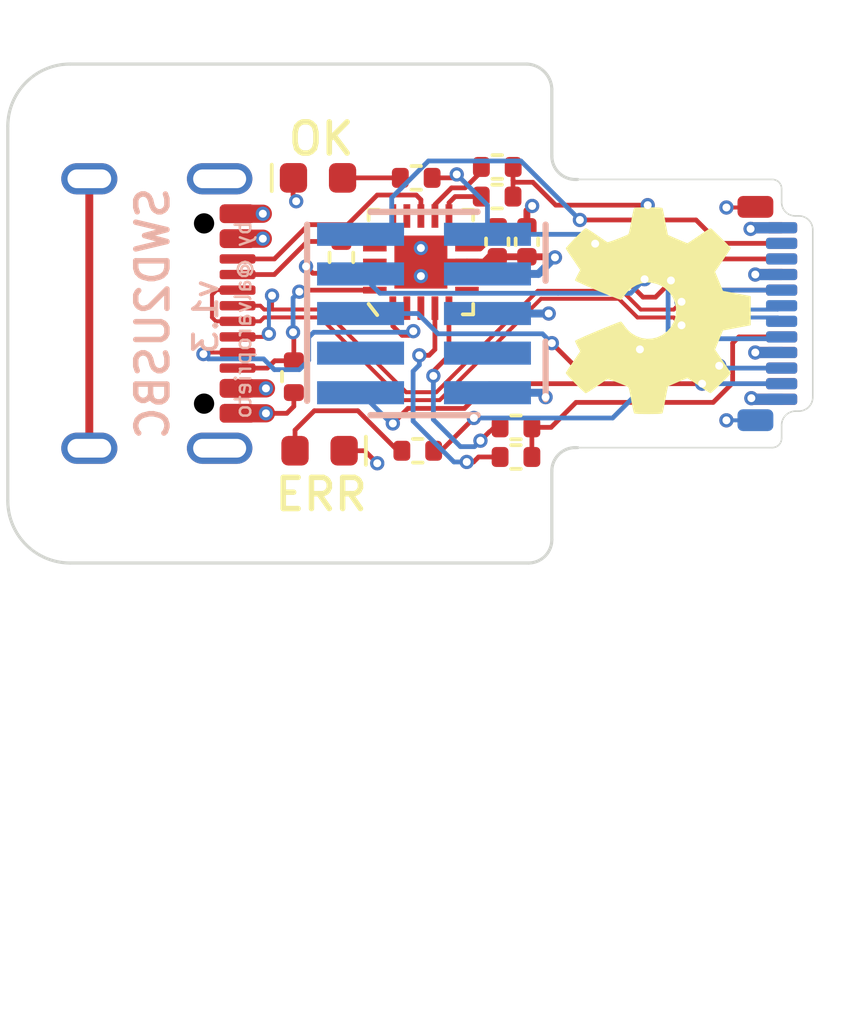
<source format=kicad_pcb>
(kicad_pcb (version 20211014) (generator pcbnew)
  (title_block (title "Debugotron - SWD to USB-C") (date "2022-03-04") (rev "1.3") (company "Quesadillon LLC"))
  (layers (0 "F.Cu" signal) (1 "In1.Cu" signal "GND") (2 "In2.Cu" signal "PWR") (31 "B.Cu" signal) (34 "B.Paste" user) (35 "F.Paste" user) (36 "B.SilkS" user "B.Silkscreen") (37 "F.SilkS" user "F.Silkscreen") (38 "B.Mask" user) (39 "F.Mask" user) (44 "Edge.Cuts" user))
  (net 0 "")
  (net 1 "VBUS")
  (net 2 "GND")
  (net 3 "Net-(D1-Pad2)")
  (net 4 "Net-(D2-Pad2)")
  (net 5 "/D+")
  (net 6 "/D-")
  (net 9 "/SBU1")
  (net 10 "/SWDIO")
  (net 11 "/SWDCLK")
  (net 12 "/SWO")
  (net 13 "/CC1_IN_MOSI")
  (net 14 "/CC2_IN_MISO")
  (net 15 "/NRST")
  (net 18 "/CC1")
  (net 21 "/CC2")
  (net 22 "/SBU2")
  (net 23 "/CC1_R1")
  (net 24 "/CC1_R2")
  (net 25 "/CC2_R1")
  (net 26 "/CC2_R2")
  (net 27 "/SCK")
  (net 34 "/MCURST")
  (net 35 "/SHIELD")
  (footprint "Capacitor_SMD:C_0402_1005Metric" (layer "F.Cu") (at 170.95 65.2 -90)
    (fp_text reference "C1" hide)
    (fp_text value "1uF")
    (pad "1" smd roundrect (at -0.48 0 270) (size 0.56 0.62) (layers "F.Cu" "F.Paste" "F.Mask") (net 1 "VBUS"))
    (pad "2" smd roundrect (at 0.48 0 270) (size 0.56 0.62) (layers "F.Cu" "F.Paste" "F.Mask") (net 2 "GND"))
  )
  (footprint "Resistor_SMD:R_0402_1005Metric" (layer "F.Cu") (at 170.95 62.8)
    (fp_text reference "R4" hide)
    (fp_text value "22k")
    (pad "1" smd roundrect (at -0.51 0) (size 0.54 0.64) (layers "F.Cu" "F.Paste" "F.Mask") (net 24 "/CC1_R2"))
    (pad "2" smd roundrect (at 0.51 0) (size 0.54 0.64) (layers "F.Cu" "F.Paste" "F.Mask") (net 18 "/CC1"))
  )
  (footprint "Resistor_SMD:R_0402_1005Metric" (layer "F.Cu") (at 171.55 71.15 180)
    (fp_text reference "R6" hide)
    (fp_text value "56k")
    (pad "1" smd roundrect (at -0.51 0 180) (size 0.54 0.64) (layers "F.Cu" "F.Paste" "F.Mask") (net 21 "/CC2"))
    (pad "2" smd roundrect (at 0.51 0 180) (size 0.54 0.64) (layers "F.Cu" "F.Paste" "F.Mask") (net 26 "/CC2_R2"))
  )
  (footprint "LED_SMD:LED_0603_1608Metric" (layer "F.Cu") (at 165.2 63.15)
    (fp_text reference "D1" hide)
    (fp_text value "GREEN")
    (pad "1" smd roundrect (at -0.7875 0) (size 0.875 0.95) (layers "F.Cu" "F.Paste" "F.Mask") (net 2 "GND"))
    (pad "2" smd roundrect (at 0.7875 0) (size 0.875 0.95) (layers "F.Cu" "F.Paste" "F.Mask") (net 3 "Net-(D1-Pad2)"))
  )
  (footprint "Resistor_SMD:R_0402_1005Metric" (layer "F.Cu") (at 165.95 65.7 90)
    (fp_text reference "R2" hide)
    (fp_text value "5.1k")
    (pad "1" smd roundrect (at -0.51 0 90) (size 0.54 0.64) (layers "F.Cu" "F.Paste" "F.Mask") (net 2 "GND"))
    (pad "2" smd roundrect (at 0.51 0 90) (size 0.54 0.64) (layers "F.Cu" "F.Paste" "F.Mask") (net 13 "/CC1_IN_MOSI"))
  )
  (footprint "Capacitor_SMD:C_0402_1005Metric" (layer "F.Cu") (at 171.9 65.2 -90)
    (fp_text reference "C2" hide)
    (fp_text value "0.1uF")
    (pad "1" smd roundrect (at -0.48 0 270) (size 0.56 0.62) (layers "F.Cu" "F.Paste" "F.Mask") (net 1 "VBUS"))
    (pad "2" smd roundrect (at 0.48 0 270) (size 0.56 0.62) (layers "F.Cu" "F.Paste" "F.Mask") (net 2 "GND"))
  )
  (footprint "LED_SMD:LED_0603_1608Metric" (layer "F.Cu") (at 165.25 71.9 180)
    (fp_text reference "D2" hide)
    (fp_text value "RED")
    (pad "1" smd roundrect (at -0.7875 0 180) (size 0.875 0.95) (layers "F.Cu" "F.Paste" "F.Mask") (net 2 "GND"))
    (pad "2" smd roundrect (at 0.7875 0 180) (size 0.875 0.95) (layers "F.Cu" "F.Paste" "F.Mask") (net 4 "Net-(D2-Pad2)"))
  )
  (footprint "Resistor_SMD:R_0402_1005Metric" (layer "F.Cu") (at 170.945 63.75)
    (fp_text reference "R3" hide)
    (fp_text value "10k")
    (pad "1" smd roundrect (at -0.51 0) (size 0.54 0.64) (layers "F.Cu" "F.Paste" "F.Mask") (net 23 "/CC1_R1"))
    (pad "2" smd roundrect (at 0.51 0) (size 0.54 0.64) (layers "F.Cu" "F.Paste" "F.Mask") (net 18 "/CC1"))
  )
  (footprint "alvarop:USB4105-GF-A" (layer "F.Cu") (at 162.62 67.5 -90)
    (fp_text reference "J1" hide)
    (fp_text value "USB_C_Receptacle_USB2.0")
    (pad "" np_thru_hole circle (at -2.89 1.075 270) (size 0.65 0.65) (drill 0.65) (layers *.Mask))
    (pad "" np_thru_hole circle (at 2.89 1.075 270) (size 0.65 0.65) (drill 0.65) (layers *.Mask))
    (pad "A1" smd roundrect (at -3.2 0 270) (size 0.6 1.15) (layers "F.Cu" "F.Paste" "F.Mask") (net 2 "GND"))
    (pad "A4" smd roundrect (at -2.4 0 270) (size 0.6 1.15) (layers "F.Cu" "F.Paste" "F.Mask") (net 1 "VBUS"))
    (pad "A5" smd roundrect (at -1.25 0 270) (size 0.3 1.15) (layers "F.Cu" "F.Paste" "F.Mask") (net 13 "/CC1_IN_MOSI"))
    (pad "A6" smd roundrect (at -0.25 0 270) (size 0.3 1.15) (layers "F.Cu" "F.Paste" "F.Mask") (net 5 "/D+"))
    (pad "A7" smd roundrect (at 0.25 0 270) (size 0.3 1.15) (layers "F.Cu" "F.Paste" "F.Mask") (net 6 "/D-"))
    (pad "A8" smd roundrect (at 1.25 0 270) (size 0.3 1.15) (layers "F.Cu" "F.Paste" "F.Mask") (net 27 "/SCK"))
    (pad "A9" smd roundrect (at 2.4 0 270) (size 0.6 1.15) (layers "F.Cu" "F.Paste" "F.Mask") (net 1 "VBUS"))
    (pad "A12" smd roundrect (at 3.2 0 270) (size 0.6 1.15) (layers "F.Cu" "F.Paste" "F.Mask") (net 2 "GND"))
    (pad "B1" smd roundrect (at 3.2 0 270) (size 0.6 1.15) (layers "F.Cu" "F.Paste" "F.Mask") (net 2 "GND"))
    (pad "B4" smd roundrect (at 2.4 0 270) (size 0.6 1.15) (layers "F.Cu" "F.Paste" "F.Mask") (net 1 "VBUS"))
    (pad "B5" smd roundrect (at 1.75 0 270) (size 0.3 1.15) (layers "F.Cu" "F.Paste" "F.Mask") (net 14 "/CC2_IN_MISO"))
    (pad "B6" smd roundrect (at 0.75 0 270) (size 0.3 1.15) (layers "F.Cu" "F.Paste" "F.Mask") (net 5 "/D+"))
    (pad "B7" smd roundrect (at -0.75 0 270) (size 0.3 1.15) (layers "F.Cu" "F.Paste" "F.Mask") (net 6 "/D-"))
    (pad "B8" smd roundrect (at -1.75 0 270) (size 0.3 1.15) (layers "F.Cu" "F.Paste" "F.Mask") (net 34 "/MCURST"))
    (pad "B9" smd roundrect (at -2.4 0 270) (size 0.6 1.15) (layers "F.Cu" "F.Paste" "F.Mask") (net 1 "VBUS"))
    (pad "B12" smd roundrect (at -3.2 0 270) (size 0.6 1.15) (layers "F.Cu" "F.Paste" "F.Mask") (net 2 "GND"))
    (pad "S1" thru_hole oval (at 4.32 0.575 270) (size 1 2.1) (drill oval 0.6 1.7) (layers *.Cu *.Mask) (net 35 "/SHIELD"))
    (pad "S1" thru_hole oval (at -4.32 0.575 270) (size 1 2.1) (drill oval 0.6 1.7) (layers *.Cu *.Mask) (net 35 "/SHIELD"))
    (pad "S1" thru_hole oval (at -4.32 4.755 270) (size 1 1.8) (drill oval 0.6 1.4) (layers *.Cu *.Mask) (net 35 "/SHIELD"))
    (pad "S1" thru_hole oval (at 4.32 4.755 270) (size 1 1.8) (drill oval 0.6 1.4) (layers *.Cu *.Mask) (net 35 "/SHIELD"))
  )
  (footprint "ultralibrarian:ATTINY24A-MMH" (layer "F.Cu") (at 168.5 65.85 90)
    (fp_text reference "U1" hide)
    (fp_text value "ATtiny24-20M" hide)
    (pad "1" smd rect (at -1.477401 -0.900001 180) (size 0.2192 0.7548) (layers "F.Cu" "F.Paste" "F.Mask") (net 27 "/SCK"))
    (pad "2" smd rect (at -1.477401 -0.449999 180) (size 0.2192 0.7548) (layers "F.Cu" "F.Paste" "F.Mask"))
    (pad "3" smd rect (at -1.477401 0 180) (size 0.2192 0.7548) (layers "F.Cu" "F.Paste" "F.Mask"))
    (pad "4" smd rect (at -1.477401 0.449999 180) (size 0.2192 0.7548) (layers "F.Cu" "F.Paste" "F.Mask") (net 25 "/CC2_R1"))
    (pad "5" smd rect (at -1.477401 0.900001 180) (size 0.2192 0.7548) (layers "F.Cu" "F.Paste" "F.Mask") (net 26 "/CC2_R2"))
    (pad "6" smd rect (at -0.900001 1.477401 90) (size 0.2192 0.7548) (layers "F.Cu" "F.Paste" "F.Mask"))
    (pad "7" smd rect (at -0.449999 1.477401 90) (size 0.2192 0.7548) (layers "F.Cu" "F.Paste" "F.Mask"))
    (pad "8" smd rect (at 0 1.477401 90) (size 0.2192 0.7548) (layers "F.Cu" "F.Paste" "F.Mask") (net 2 "GND"))
    (pad "9" smd rect (at 0.449999 1.477401 90) (size 0.2192 0.7548) (layers "F.Cu" "F.Paste" "F.Mask") (net 1 "VBUS"))
    (pad "10" smd rect (at 0.900001 1.477401 90) (size 0.2192 0.7548) (layers "F.Cu" "F.Paste" "F.Mask"))
    (pad "11" smd rect (at 1.477401 0.900001 180) (size 0.2192 0.7548) (layers "F.Cu" "F.Paste" "F.Mask") (net 23 "/CC1_R1"))
    (pad "12" smd rect (at 1.477401 0.449999 180) (size 0.2192 0.7548) (layers "F.Cu" "F.Paste" "F.Mask") (net 24 "/CC1_R2"))
    (pad "13" smd rect (at 1.477401 0 180) (size 0.2192 0.7548) (layers "F.Cu" "F.Paste" "F.Mask") (net 34 "/MCURST"))
    (pad "14" smd rect (at 1.477401 -0.449999 180) (size 0.2192 0.7548) (layers "F.Cu" "F.Paste" "F.Mask"))
    (pad "15" smd rect (at 1.477401 -0.900001 180) (size 0.2192 0.7548) (layers "F.Cu" "F.Paste" "F.Mask"))
    (pad "16" smd rect (at 0.900001 -1.477401 90) (size 0.2192 0.7548) (layers "F.Cu" "F.Paste" "F.Mask") (net 13 "/CC1_IN_MOSI"))
    (pad "17" smd rect (at 0.449999 -1.477401 90) (size 0.2192 0.7548) (layers "F.Cu" "F.Paste" "F.Mask"))
    (pad "18" smd rect (at 0 -1.477401 90) (size 0.2192 0.7548) (layers "F.Cu" "F.Paste" "F.Mask"))
    (pad "19" smd rect (at -0.449999 -1.477401 90) (size 0.2192 0.7548) (layers "F.Cu" "F.Paste" "F.Mask"))
    (pad "20" smd rect (at -0.900001 -1.477401 90) (size 0.2192 0.7548) (layers "F.Cu" "F.Paste" "F.Mask") (net 14 "/CC2_IN_MISO"))
    (pad "21" smd rect (at 0 0 90) (size 1.7 1.7) (layers "F.Cu" "F.Paste" "F.Mask") (net 2 "GND"))
  )
  (footprint "Resistor_SMD:R_0402_1005Metric" (layer "F.Cu") (at 168.4 71.9)
    (fp_text reference "R8" hide)
    (fp_text value "1k")
    (pad "1" smd roundrect (at -0.51 0) (size 0.54 0.64) (layers "F.Cu" "F.Paste" "F.Mask") (net 4 "Net-(D2-Pad2)"))
    (pad "2" smd roundrect (at 0.51 0) (size 0.54 0.64) (layers "F.Cu" "F.Paste" "F.Mask") (net 22 "/SBU2"))
  )
  (footprint "Resistor_SMD:R_0402_1005Metric" (layer "F.Cu") (at 164.425 69.525 90)
    (fp_text reference "R1" hide)
    (fp_text value "5.1k")
    (pad "1" smd roundrect (at -0.51 0 90) (size 0.54 0.64) (layers "F.Cu" "F.Paste" "F.Mask") (net 2 "GND"))
    (pad "2" smd roundrect (at 0.51 0 90) (size 0.54 0.64) (layers "F.Cu" "F.Paste" "F.Mask") (net 14 "/CC2_IN_MISO"))
  )
  (footprint "Symbol:OSHW-Symbol_6.7x6mm_SilkScreen" (layer "F.Cu") (at 176.1 67.4 -90)
    (fp_text reference "REF**" hide)
    (fp_text value "OSHW-Symbol_6.7x6mm_SilkScreen" hide)
  )
  (footprint "Resistor_SMD:R_0402_1005Metric" (layer "F.Cu") (at 171.55 72.1)
    (fp_text reference "R5" hide)
    (fp_text value "22k")
    (pad "1" smd roundrect (at -0.51 0) (size 0.54 0.64) (layers "F.Cu" "F.Paste" "F.Mask") (net 25 "/CC2_R1"))
    (pad "2" smd roundrect (at 0.51 0) (size 0.54 0.64) (layers "F.Cu" "F.Paste" "F.Mask") (net 21 "/CC2"))
  )
  (footprint "Resistor_SMD:R_0402_1005Metric" (layer "F.Cu") (at 168.35 63.15 180)
    (fp_text reference "R7" hide)
    (fp_text value "1k")
    (pad "1" smd roundrect (at -0.51 0 180) (size 0.54 0.64) (layers "F.Cu" "F.Paste" "F.Mask") (net 9 "/SBU1"))
    (pad "2" smd roundrect (at 0.51 0 180) (size 0.54 0.64) (layers "F.Cu" "F.Paste" "F.Mask") (net 3 "Net-(D1-Pad2)"))
  )
  (footprint "snapeda:SAMTEC_FTSH-105-01-F-DV-P-TR" (layer "B.Cu") (at 168.6 67.5 -90)
    (fp_text reference "J2" hide)
    (fp_text value "Conn_ARM_JTAG_SWD_10")
    (pad "1" smd rect (at -2.54 -2.035 270) (size 0.74 2.79) (layers "B.Cu" "B.Paste" "B.Mask") (net 9 "/SBU1"))
    (pad "2" smd rect (at -2.54 2.035 270) (size 0.74 2.79) (layers "B.Cu" "B.Paste" "B.Mask") (net 10 "/SWDIO"))
    (pad "3" smd rect (at -1.27 -2.035 270) (size 0.74 2.79) (layers "B.Cu" "B.Paste" "B.Mask") (net 2 "GND"))
    (pad "4" smd rect (at -1.27 2.035 270) (size 0.74 2.79) (layers "B.Cu" "B.Paste" "B.Mask") (net 11 "/SWDCLK"))
    (pad "5" smd rect (at 0 -2.035 270) (size 0.74 2.79) (layers "B.Cu" "B.Paste" "B.Mask") (net 2 "GND"))
    (pad "6" smd rect (at 0 2.035 270) (size 0.74 2.79) (layers "B.Cu" "B.Paste" "B.Mask") (net 12 "/SWO"))
    (pad "7" smd rect (at 1.27 -2.035 270) (size 0.74 2.79) (layers "B.Cu" "B.Paste" "B.Mask"))
    (pad "8" smd rect (at 1.27 2.035 270) (size 0.74 2.79) (layers "B.Cu" "B.Paste" "B.Mask"))
    (pad "9" smd rect (at 2.54 -2.035 270) (size 0.74 2.79) (layers "B.Cu" "B.Paste" "B.Mask") (net 2 "GND"))
    (pad "10" smd rect (at 2.54 2.035 270) (size 0.74 2.79) (layers "B.Cu" "B.Paste" "B.Mask") (net 15 "/NRST"))
  )
  (footprint "alvarop:MOLEX_1054440011" (layer "B.Cu") (at 180.07 67.5 90)
    (fp_text reference "P1" hide)
    (fp_text value "USB_C_Plug")
    (fp_line (start -3.13 0.45) (end -3.13 0.55) (layer "Edge.Cuts") (width 0.05))
    (fp_line (start -2.68 1) (end 2.68 1) (layer "Edge.Cuts") (width 0.05))
    (fp_line (start 4.3 -0.3) (end 4.3 -6.54) (layer "Edge.Cuts") (width 0.05))
    (fp_line (start 3.13 0.45) (end 3.13 0.55) (layer "Edge.Cuts") (width 0.05))
    (fp_line (start -3.58 0) (end -4 0) (layer "Edge.Cuts") (width 0.05))
    (fp_line (start 3.57 0) (end 4 0) (layer "Edge.Cuts") (width 0.05))
    (fp_line (start -4.3 -0.3) (end -4.3 -6.54) (layer "Edge.Cuts") (width 0.05))
    (fp_arc (start -4 0) (mid -4.212132 -0.087868) (end -4.3 -0.3) (layer "Edge.Cuts") (width 0.05))
    (fp_arc (start 4.3 -0.3) (mid 4.212132 -0.087868) (end 4 0) (layer "Edge.Cuts") (width 0.05))
    (fp_arc (start -2.68 1) (mid -2.998198 0.868198) (end -3.13 0.55) (layer "Edge.Cuts") (width 0.05))
    (fp_arc (start 3.13 0.45) (mid 3.254273 0.1314) (end 3.57 0) (layer "Edge.Cuts") (width 0.05))
    (fp_arc (start -3.58 0) (mid -3.261802 0.131802) (end -3.13 0.45) (layer "Edge.Cuts") (width 0.05))
    (fp_arc (start 3.13 0.55) (mid 2.999255 0.869255) (end 2.68 1) (layer "Edge.Cuts") (width 0.05))
    (pad "A1" smd roundrect (at 2.75 0 90) (size 0.36 1) (layers "B.Cu" "B.Paste" "B.Mask") (net 2 "GND"))
    (pad "A2" smd roundrect (at 2.25 0 90) (size 0.36 1) (layers "B.Cu" "B.Paste" "B.Mask"))
    (pad "A3" smd roundrect (at 1.75 0 90) (size 0.36 1) (layers "B.Cu" "B.Paste" "B.Mask"))
    (pad "A4" smd roundrect (at 1.25 0 90) (size 0.36 1) (layers "B.Cu" "B.Paste" "B.Mask") (net 1 "VBUS"))
    (pad "A5" smd roundrect (at 0.75 0 90) (size 0.36 1) (layers "B.Cu" "B.Paste" "B.Mask") (net 18 "/CC1"))
    (pad "A6" smd roundrect (at 0.25 0 90) (size 0.36 1) (layers "B.Cu" "B.Paste" "B.Mask") (net 5 "/D+"))
    (pad "A7" smd roundrect (at -0.25 0 90) (size 0.36 1) (layers "B.Cu" "B.Paste" "B.Mask") (net 6 "/D-"))
    (pad "A8" smd roundrect (at -0.75 0 90) (size 0.36 1) (layers "B.Cu" "B.Paste" "B.Mask") (net 9 "/SBU1"))
    (pad "A9" smd roundrect (at -1.25 0 90) (size 0.36 1) (layers "B.Cu" "B.Paste" "B.Mask") (net 1 "VBUS"))
    (pad "A10" smd roundrect (at -1.75 0 90) (size 0.36 1) (layers "B.Cu" "B.Paste" "B.Mask") (net 12 "/SWO"))
    (pad "A11" smd roundrect (at -2.25 0 90) (size 0.36 1) (layers "B.Cu" "B.Paste" "B.Mask") (net 15 "/NRST"))
    (pad "A12" smd roundrect (at -2.75 0 90) (size 0.36 1) (layers "B.Cu" "B.Paste" "B.Mask") (net 2 "GND"))
    (pad "B1" smd roundrect (at -2.75 0 90) (size 0.36 1) (layers "F.Cu" "F.Paste" "F.Mask") (net 2 "GND"))
    (pad "B2" smd roundrect (at -2.25 0 90) (size 0.36 1) (layers "F.Cu" "F.Paste" "F.Mask"))
    (pad "B3" smd roundrect (at -1.75 0 90) (size 0.36 1) (layers "F.Cu" "F.Paste" "F.Mask"))
    (pad "B4" smd roundrect (at -1.25 0 90) (size 0.36 1) (layers "F.Cu" "F.Paste" "F.Mask") (net 1 "VBUS"))
    (pad "B5" smd roundrect (at -0.75 0 90) (size 0.36 1) (layers "F.Cu" "F.Paste" "F.Mask") (net 21 "/CC2"))
    (pad "B8" smd roundrect (at 0.75 0 90) (size 0.36 1) (layers "F.Cu" "F.Paste" "F.Mask") (net 22 "/SBU2"))
    (pad "B9" smd roundrect (at 1.25 0 90) (size 0.36 1) (layers "F.Cu" "F.Paste" "F.Mask") (net 1 "VBUS"))
    (pad "B10" smd roundrect (at 1.75 0 90) (size 0.36 1) (layers "F.Cu" "F.Paste" "F.Mask") (net 11 "/SWDCLK"))
    (pad "B11" smd roundrect (at 2.25 0 90) (size 0.36 1) (layers "F.Cu" "F.Paste" "F.Mask") (net 10 "/SWDIO"))
    (pad "B12" smd roundrect (at 2.75 0 90) (size 0.36 1) (layers "F.Cu" "F.Paste" "F.Mask") (net 2 "GND"))
    (pad "S1" smd roundrect (at 3.42 -0.84 90) (size 0.7 1.15) (layers "F.Cu" "F.Paste" "F.Mask") (net 35 "/SHIELD"))
    (pad "S1" smd roundrect (at -3.42 -0.84 90) (size 0.7 1.15) (layers "B.Cu" "B.Paste" "B.Mask") (net 35 "/SHIELD"))
  )
  (gr_line (start 172.5 64.65) (end 172.5 66.45) (layer "B.SilkS") (width 0.2))
  (gr_line (start 164.85 64.65) (end 164.85 70.3) (layer "B.SilkS") (width 0.2))
  (gr_line (start 172.5 70.25) (end 172.5 68.4) (layer "B.SilkS") (width 0.2))
  (gr_line (start 157.25 75.5) (end 171.95 75.5) (layer "Edge.Cuts") (width 0.1))
  (gr_line (start 155.25 61.5) (end 155.25 73.5) (layer "Edge.Cuts") (width 0.1))
  (gr_arc (start 157.25 75.5) (mid 155.835786 74.914214) (end 155.25 73.5) (layer "Edge.Cuts") (width 0.1))
  (gr_arc (start 155.25 61.5) (mid 155.835786 60.085786) (end 157.25 59.5) (layer "Edge.Cuts") (width 0.1))
  (gr_line (start 173.53 63.2) (end 173.48033 63.2) (layer "Edge.Cuts") (width 0.1))
  (gr_arc (start 172.7 74.75) (mid 172.48033 75.28033) (end 171.95 75.5) (layer "Edge.Cuts") (width 0.1))
  (gr_line (start 173.45 71.8) (end 173.53 71.8) (layer "Edge.Cuts") (width 0.1))
  (gr_line (start 172.7 60.3) (end 172.7 62.45) (layer "Edge.Cuts") (width 0.1))
  (gr_arc (start 172.7 72.55) (mid 172.91967 72.01967) (end 173.45 71.8) (layer "Edge.Cuts") (width 0.1))
  (gr_arc (start 173.48033 63.2) (mid 172.930463 62.99116) (end 172.7 62.45) (layer "Edge.Cuts") (width 0.1))
  (gr_line (start 172.7 72.55) (end 172.7 74.75) (layer "Edge.Cuts") (width 0.1))
  (gr_arc (start 171.9 59.5) (mid 172.456095 59.743905) (end 172.7 60.3) (layer "Edge.Cuts") (width 0.1))
  (gr_line (start 171.9 59.5) (end 157.25 59.5) (layer "Edge.Cuts") (width 0.1))
  (gr_text "by @alvaroprieto" (at 162.8 67.7 90) (layer "B.SilkS") (effects (font (size 0.5 0.5) (thickness 0.08)) (justify mirror)))
  (gr_text "v1.3" (at 161.6 67.6 90) (layer "B.SilkS") (effects (font (size 0.75 0.75) (thickness 0.125)) (justify mirror)))
  (gr_text "SWD2USBC" (at 159.9 67.5 90) (layer "B.SilkS") (effects (font (size 1 1) (thickness 0.175)) (justify mirror)))
  (gr_text "ERR" (at 165.3 73.3) (layer "F.SilkS") (effects (font (size 1 1) (thickness 0.175))))
  (gr_text "OK" (at 165.3 61.9) (layer "F.SilkS") (effects (font (size 1 1) (thickness 0.175))))
  (segment (start 162.7 69.9) (end 163.53 69.9) (width 0.5842) (layer "F.Cu") (net 1))
  (segment (start 162.6 65.1) (end 163.43 65.1) (width 0.5842) (layer "F.Cu") (net 1))
  (segment (start 179.225 68.75) (end 180.07 68.75) (width 0.36) (layer "F.Cu") (net 1))
  (segment (start 171.9 64.72) (end 171.9 64.2) (width 0.2192) (layer "F.Cu") (net 1))
  (segment (start 170.95 64.838086) (end 170.388085 65.400001) (width 0.2192) (layer "F.Cu") (net 1))
  (segment (start 180.07 66.25) (end 179.225 66.25) (width 0.36) (layer "F.Cu") (net 1))
  (segment (start 171.9 64.72) (end 170.95 64.72) (width 0.2192) (layer "F.Cu") (net 1))
  (via (at 172.0687 64.05) (size 0.4572) (drill 0.254) (layers "F.Cu" "B.Cu") (net 1))
  (via (at 163.53 69.9) (size 0.4572) (drill 0.254) (layers "F.Cu" "B.Cu") (net 1))
  (via (at 163.43 65.1) (size 0.4572) (drill 0.254) (layers "F.Cu" "B.Cu") (net 1))
  (via (at 179.225 66.25) (size 0.4572) (drill 0.254) (layers "F.Cu" "B.Cu") (net 1))
  (via (at 179.225 68.75) (size 0.4572) (drill 0.254) (layers "F.Cu" "B.Cu") (net 1))
  (segment (start 180.07 68.75) (end 179.225 68.75) (width 0.36) (layer "B.Cu") (net 1))
  (segment (start 180.07 66.25) (end 179.225 66.25) (width 0.36) (layer "B.Cu") (net 1))
  (segment (start 164.5 63.8) (end 164.4 63.7) (width 0.1524) (layer "F.Cu") (net 2))
  (segment (start 165.95 66.21) (end 165.034898 66.21) (width 0.1524) (layer "F.Cu") (net 2))
  (segment (start 166.6979 71.9) (end 167.1 72.3021) (width 0.1524) (layer "F.Cu") (net 2))
  (segment (start 170.695 65.68) (end 170.525 65.85) (width 0.2192) (layer "F.Cu") (net 2))
  (segment (start 180.07 70.25) (end 179.1351 70.25) (width 0.36) (layer "F.Cu") (net 2))
  (segment (start 169.977401 65.85) (end 168.5 65.85) (width 0.2192) (layer "F.Cu") (net 2))
  (segment (start 164.425 70.475) (end 164.2 70.7) (width 0.1524) (layer "F.Cu") (net 2))
  (segment (start 179.1351 70.25) (end 179.1 70.2149) (width 0.36) (layer "F.Cu") (net 2))
  (segment (start 162.6 64.3) (end 163.43 64.3) (width 0.5842) (layer "F.Cu") (net 2))
  (segment (start 162.7 70.7) (end 163.53 70.7) (width 0.5842) (layer "F.Cu") (net 2))
  (segment (start 170.525 65.85) (end 169.977401 65.85) (width 0.2192) (layer "F.Cu") (net 2))
  (segment (start 165.034898 66.21) (end 164.814898 65.99) (width 0.1524) (layer "F.Cu") (net 2))
  (segment (start 171.9 65.68) (end 172.78 65.68) (width 0.2192) (layer "F.Cu") (net 2))
  (segment (start 164.2 70.7) (end 163.53 70.7) (width 0.1524) (layer "F.Cu") (net 2))
  (segment (start 179.075 64.7851) (end 179.1101 64.75) (width 0.36) (layer "F.Cu") (net 2))
  (segment (start 171.9 65.68) (end 170.95 65.68) (width 0.2192) (layer "F.Cu") (net 2))
  (segment (start 172.78 65.68) (end 172.8 65.7) (width 0.2192) (layer "F.Cu") (net 2))
  (segment (start 164.4 63.7) (end 164.4 63.1625) (width 0.1524) (layer "F.Cu") (net 2))
  (segment (start 166.0375 71.9) (end 166.6979 71.9) (width 0.1524) (layer "F.Cu") (net 2))
  (segment (start 170.95 65.68) (end 170.695 65.68) (width 0.2192) (layer "F.Cu") (net 2))
  (segment (start 179.1101 64.75) (end 180.07 64.75) (width 0.36) (layer "F.Cu") (net 2))
  (segment (start 164.425 70.035) (end 164.425 70.475) (width 0.1524) (layer "F.Cu") (net 2))
  (via (at 168.5 65.4) (size 0.4572) (drill 0.254) (layers "F.Cu" "B.Cu") (net 2))
  (via (at 172.6 67.5) (size 0.4572) (drill 0.254) (layers "F.Cu" "B.Cu") (net 2))
  (via (at 179.075 64.7851) (size 0.4572) (drill 0.254) (layers "F.Cu" "B.Cu") (net 2))
  (via (at 163.43 64.3) (size 0.4572) (drill 0.254) (layers "F.Cu" "B.Cu") (net 2))
  (via (at 164.5 63.9) (size 0.4572) (drill 0.254) (layers "F.Cu" "B.Cu") (net 2))
  (via (at 164.814898 65.99) (size 0.4572) (drill 0.254) (layers "F.Cu" "B.Cu") (net 2))
  (via (at 172.8 65.7) (size 0.4572) (drill 0.254) (layers "F.Cu" "B.Cu") (net 2))
  (via (at 167.1 72.3021) (size 0.4572) (drill 0.254) (layers "F.Cu" "B.Cu") (net 2))
  (via (at 172.5 70.1813) (size 0.4572) (drill 0.254) (layers "F.Cu" "B.Cu") (net 2))
  (via (at 163.53 70.7) (size 0.4572) (drill 0.254) (layers "F.Cu" "B.Cu") (net 2))
  (via (at 168.5 66.3) (size 0.4572) (drill 0.254) (layers "F.Cu" "B.Cu") (net 2))
  (via (at 179.1 70.2149) (size 0.4572) (drill 0.254) (layers "F.Cu" "B.Cu") (net 2))
  (segment (start 179.1 70.2149) (end 179.1351 70.25) (width 0.36) (layer "B.Cu") (net 2))
  (segment (start 180.07 64.75) (end 179.1101 64.75) (width 0.36) (layer "B.Cu") (net 2))
  (segment (start 170.635 67.5) (end 172.475 67.5) (width 0.254) (layer "B.Cu") (net 2))
  (segment (start 170.635 66.23) (end 172.27 66.23) (width 0.254) (layer "B.Cu") (net 2))
  (segment (start 172.27 66.23) (end 172.8 65.7) (width 0.254) (layer "B.Cu") (net 2))
  (segment (start 170.635 70.04) (end 172.3587 70.04) (width 0.254) (layer "B.Cu") (net 2))
  (segment (start 172.3587 70.04) (end 172.5 70.1813) (width 0.254) (layer "B.Cu") (net 2))
  (segment (start 179.1101 64.75) (end 179.075 64.7851) (width 0.36) (layer "B.Cu") (net 2))
  (segment (start 172.475 67.5) (end 172.6 67.5) (width 0.254) (layer "B.Cu") (net 2))
  (segment (start 179.1351 70.25) (end 180.07 70.25) (width 0.36) (layer "B.Cu") (net 2))
  (segment (start 166.2 63.15) (end 167.84 63.15) (width 0.1524) (layer "F.Cu") (net 3))
  (segment (start 166.478656 70.618689) (end 165.081311 70.618689) (width 0.1524) (layer "F.Cu") (net 4))
  (segment (start 167.759967 71.9) (end 166.478656 70.618689) (width 0.1524) (layer "F.Cu") (net 4))
  (segment (start 164.4631 71.2369) (end 164.4631 71.9) (width 0.1524) (layer "F.Cu") (net 4))
  (segment (start 165.081311 70.618689) (end 164.4631 71.2369) (width 0.1524) (layer "F.Cu") (net 4))
  (segment (start 174.952606 66.773) (end 175.552605 67.372999) (width 0.127) (layer "F.Cu") (net 5))
  (segment (start 168.027606 70.023) (end 168.997394 70.023) (width 0.127) (layer "F.Cu") (net 5))
  (segment (start 168.997394 70.023) (end 172.247394 66.773) (width 0.127) (layer "F.Cu") (net 5))
  (segment (start 165.375604 67.370998) (end 168.027606 70.023) (width 0.127) (layer "F.Cu") (net 5))
  (segment (start 162.62 67.25) (end 163.350764 67.25) (width 0.127) (layer "F.Cu") (net 5))
  (segment (start 163.525 68.25) (end 163.625 68.15) (width 0.127) (layer "F.Cu") (net 5))
  (segment (start 176.610001 67.372999) (end 176.86 67.123) (width 0.127) (layer "F.Cu") (net 5))
  (segment (start 172.247394 66.773) (end 174.952606 66.773) (width 0.127) (layer "F.Cu") (net 5))
  (segment (start 175.552605 67.372999) (end 176.610001 67.372999) (width 0.127) (layer "F.Cu") (net 5))
  (segment (start 163.725 67.341996) (end 163.754002 67.370998) (width 0.127) (layer "F.Cu") (net 5))
  (segment (start 162.62 68.25) (end 163.525 68.25) (width 0.127) (layer "F.Cu") (net 5))
  (segment (start 163.754002 67.370998) (end 163.471762 67.370998) (width 0.127) (layer "F.Cu") (net 5))
  (segment (start 163.725 66.925) (end 163.725 67.341996) (width 0.127) (layer "F.Cu") (net 5))
  (segment (start 163.350764 67.25) (end 163.471762 67.370998) (width 0.127) (layer "F.Cu") (net 5))
  (segment (start 163.754002 67.370998) (end 165.375604 67.370998) (width 0.127) (layer "F.Cu") (net 5))
  (via (at 176.86 67.123) (size 0.4572) (drill 0.254) (layers "F.Cu" "B.Cu") (net 5))
  (via (at 163.625 68.15) (size 0.4572) (drill 0.254) (layers "F.Cu" "B.Cu") (net 5))
  (via (at 163.725 66.925) (size 0.4572) (drill 0.254) (layers "F.Cu" "B.Cu") (net 5))
  (segment (start 180.07 67.25) (end 179.947001 67.372999) (width 0.127) (layer "B.Cu") (net 5))
  (segment (start 176.86 67.123) (end 177.109999 67.372999) (width 0.127) (layer "B.Cu") (net 5))
  (segment (start 177.109999 67.372999) (end 179.947001 67.372999) (width 0.127) (layer "B.Cu") (net 5))
  (segment (start 163.625 67.025) (end 163.725 66.925) (width 0.127) (layer "B.Cu") (net 5))
  (segment (start 163.625 68.15) (end 163.625 67.025) (width 0.127) (layer "B.Cu") (net 5))
  (segment (start 161.95 66.75) (end 162.62 66.75) (width 0.127) (layer "F.Cu") (net 6))
  (segment (start 167.922394 70.277) (end 169.102606 70.277) (width 0.127) (layer "F.Cu") (net 6))
  (segment (start 163.471762 67.624998) (end 165.270392 67.624998) (width 0.127) (layer "F.Cu") (net 6))
  (segment (start 162.62 67.75) (end 163.34676 67.75) (width 0.127) (layer "F.Cu") (net 6))
  (segment (start 169.102606 70.277) (end 172.352606 67.027) (width 0.127) (layer "F.Cu") (net 6))
  (segment (start 176.610001 67.627001) (end 176.86 67.877) (width 0.127) (layer "F.Cu") (net 6))
  (segment (start 174.847394 67.027) (end 175.447395 67.627001) (width 0.127) (layer "F.Cu") (net 6))
  (segment (start 172.352606 67.027) (end 174.847394 67.027) (width 0.127) (layer "F.Cu") (net 6))
  (segment (start 162.62 67.75) (end 161.925 67.75) (width 0.127) (layer "F.Cu") (net 6))
  (segment (start 161.925 67.75) (end 161.8 67.625) (width 0.127) (layer "F.Cu") (net 6))
  (segment (start 161.8 67.625) (end 161.8 66.9) (width 0.127) (layer "F.Cu") (net 6))
  (segment (start 165.270392 67.624998) (end 167.922394 70.277) (width 0.127) (layer "F.Cu") (net 6))
  (segment (start 163.34676 67.75) (end 163.471762 67.624998) (width 0.127) (layer "F.Cu") (net 6))
  (segment (start 161.8 66.9) (end 161.95 66.75) (width 0.127) (layer "F.Cu") (net 6))
  (segment (start 175.447395 67.627001) (end 176.610001 67.627001) (width 0.127) (layer "F.Cu") (net 6))
  (via (at 176.86 67.877) (size 0.4572) (drill 0.254) (layers "F.Cu" "B.Cu") (net 6))
  (segment (start 177.109999 67.627001) (end 179.947001 67.627001) (width 0.127) (layer "B.Cu") (net 6))
  (segment (start 176.86 67.877) (end 177.109999 67.627001) (width 0.127) (layer "B.Cu") (net 6))
  (segment (start 180.07 67.75) (end 179.947001 67.627001) (width 0.127) (layer "B.Cu") (net 6))
  (segment (start 176.375 66.625) (end 176.025 66.975) (width 0.1524) (layer "F.Cu") (net 9))
  (segment (start 176.025 66.975) (end 175.625 66.975) (width 0.1524) (layer "F.Cu") (net 9))
  (segment (start 175.625 66.975) (end 174.09 65.44) (width 0.1524) (layer "F.Cu") (net 9))
  (segment (start 176.52 66.48) (end 176.52 66.44) (width 0.1524) (layer "F.Cu") (net 9))
  (segment (start 174.09 65.44) (end 174.09 65.26) (width 0.1524) (layer "F.Cu") (net 9))
  (segment (start 168.86 63.15) (end 169.53978 63.15) (width 0.1524) (layer "F.Cu") (net 9))
  (segment (start 176.375 66.625) (end 176.52 66.48) (width 0.1524) (layer "F.Cu") (net 9))
  (via (at 176.52 66.44) (size 0.4572) (drill 0.254) (layers "F.Cu" "B.Cu") (net 9))
  (via (at 169.65 63.03978) (size 0.4572) (drill 0.254) (layers "F.Cu" "B.Cu") (net 9))
  (via (at 174.09 65.26) (size 0.4572) (drill 0.254) (layers "F.Cu" "B.Cu") (net 9))
  (segment (start 170.635 64.96) (end 173.79 64.96) (width 0.1524) (layer "B.Cu") (net 9))
  (segment (start 176.681348 68.308301) (end 180.011699 68.308301) (width 0.1524) (layer "B.Cu") (net 9))
  (segment (start 169.65 63.03978) (end 170.635 64.02478) (width 0.1524) (layer "B.Cu") (net 9))
  (segment (start 176.428699 66.531301) (end 176.428699 68.055652) (width 0.1524) (layer "B.Cu") (net 9))
  (segment (start 176.52 66.44) (end 176.428699 66.531301) (width 0.1524) (layer "B.Cu") (net 9))
  (segment (start 176.428699 68.055652) (end 176.681348 68.308301) (width 0.1524) (layer "B.Cu") (net 9))
  (segment (start 180.011699 68.308301) (end 180.07 68.25) (width 0.1524) (layer "B.Cu") (net 9))
  (segment (start 173.79 64.96) (end 174.09 65.26) (width 0.1524) (layer "B.Cu") (net 9))
  (segment (start 170.635 64.96) (end 170.635 64.02478) (width 0.1524) (layer "B.Cu") (net 9))
  (segment (start 180.07 65.25) (end 178.075 65.25) (width 0.1524) (layer "F.Cu") (net 10))
  (segment (start 177.325 64.5) (end 173.6 64.5) (width 0.1524) (layer "F.Cu") (net 10))
  (segment (start 178.075 65.25) (end 177.325 64.5) (width 0.1524) (layer "F.Cu") (net 10))
  (via (at 173.6 64.5) (size 0.4572) (drill 0.254) (layers "F.Cu" "B.Cu") (net 10))
  (segment (start 171.708469 62.608469) (end 168.741531 62.608469) (width 0.1524) (layer "B.Cu") (net 10))
  (segment (start 167.565 63.785) (end 167.565 64.96) (width 0.1524) (layer "B.Cu") (net 10))
  (segment (start 168.741531 62.608469) (end 167.565 63.785) (width 0.1524) (layer "B.Cu") (net 10))
  (segment (start 173.6 64.5) (end 171.708469 62.608469) (width 0.1524) (layer "B.Cu") (net 10))
  (segment (start 178.05 65.75) (end 176.325 65.75) (width 0.1524) (layer "F.Cu") (net 11))
  (segment (start 176.325 65.75) (end 175.675 66.4) (width 0.1524) (layer "F.Cu") (net 11))
  (segment (start 180.07 65.75) (end 178.05 65.75) (width 0.1524) (layer "F.Cu") (net 11))
  (via (at 175.675 66.4) (size 0.4572) (drill 0.254) (layers "F.Cu" "B.Cu") (net 11))
  (segment (start 175.675 66.4) (end 175.225 66.85) (width 0.1524) (layer "B.Cu") (net 11))
  (segment (start 175.225 66.85) (end 172.9 66.85) (width 0.1524) (layer "B.Cu") (net 11))
  (segment (start 167.185 66.85) (end 166.565 66.23) (width 0.1524) (layer "B.Cu") (net 11))
  (segment (start 172.9 66.85) (end 167.185 66.85) (width 0.1524) (layer "B.Cu") (net 11))
  (segment (start 172.7 68.45) (end 173.425 69.175) (width 0.1524) (layer "F.Cu") (net 12))
  (segment (start 173.425 69.175) (end 178.0687 69.175) (width 0.1524) (layer "F.Cu") (net 12))
  (via (at 172.7 68.45) (size 0.4572) (drill 0.254) (layers "F.Cu" "B.Cu") (net 12))
  (via (at 178.0687 69.175) (size 0.4572) (drill 0.254) (layers "F.Cu" "B.Cu") (net 12))
  (segment (start 180.07 69.25) (end 178.1437 69.25) (width 0.1524) (layer "B.Cu") (net 12))
  (segment (start 169.05 68.15) (end 172.4 68.15) (width 0.1524) (layer "B.Cu") (net 12))
  (segment (start 166.565 67.5) (end 168.4 67.5) (width 0.1524) (layer "B.Cu") (net 12))
  (segment (start 172.4 68.15) (end 172.7 68.45) (width 0.1524) (layer "B.Cu") (net 12))
  (segment (start 168.4 67.5) (end 169.05 68.15) (width 0.1524) (layer "B.Cu") (net 12))
  (segment (start 178.1437 69.25) (end 178.0687 69.175) (width 0.1524) (layer "B.Cu") (net 12))
  (segment (start 165.95 65.19) (end 164.86 65.19) (width 0.1524) (layer "F.Cu") (net 13))
  (segment (start 163.8 66.25) (end 162.62 66.25) (width 0.1524) (layer "F.Cu") (net 13))
  (segment (start 165.95 65.19) (end 166.26 65.19) (width 0.1524) (layer "F.Cu") (net 13))
  (segment (start 166.26 65.19) (end 166.500001 64.949999) (width 0.1524) (layer "F.Cu") (net 13))
  (segment (start 164.86 65.19) (end 163.8 66.25) (width 0.1524) (layer "F.Cu") (net 13))
  (segment (start 166.500001 64.949999) (end 167.022599 64.949999) (width 0.1524) (layer "F.Cu") (net 13))
  (segment (start 164.425 69.015) (end 164.425 68.125) (width 0.1524) (layer "F.Cu") (net 14))
  (segment (start 163.81 69.015) (end 164.425 69.015) (width 0.1524) (layer "F.Cu") (net 14))
  (segment (start 167.022599 66.750001) (end 164.649999 66.750001) (width 0.1524) (layer "F.Cu") (net 14))
  (segment (start 164.425 68.125) (end 164.4 68.1) (width 0.1524) (layer "F.Cu") (net 14))
  (segment (start 162.62 69.25) (end 163.575 69.25) (width 0.1524) (layer "F.Cu") (net 14))
  (segment (start 163.575 69.25) (end 163.81 69.015) (width 0.1524) (layer "F.Cu") (net 14))
  (segment (start 164.649999 66.750001) (end 164.6 66.8) (width 0.1524) (layer "F.Cu") (net 14))
  (via (at 164.4 68.1) (size 0.4572) (drill 0.254) (layers "F.Cu" "B.Cu") (net 14))
  (via (at 164.6 66.8) (size 0.4572) (drill 0.254) (layers "F.Cu" "B.Cu") (net 14))
  (segment (start 164.4 67) (end 164.4 68.1) (width 0.1524) (layer "B.Cu") (net 14))
  (segment (start 164.6 66.8) (end 164.4 67) (width 0.1524) (layer "B.Cu") (net 14))
  (segment (start 177.52 69.75) (end 170.690047 69.75) (width 0.1524) (layer "F.Cu") (net 15))
  (segment (start 170.690047 69.75) (end 169.896827 70.54322) (width 0.1524) (layer "F.Cu") (net 15))
  (segment (start 169.896827 70.54322) (end 168.08178 70.54322) (width 0.1524) (layer "F.Cu") (net 15))
  (segment (start 168.08178 70.54322) (end 167.6 71.025) (width 0.1524) (layer "F.Cu") (net 15))
  (via (at 167.6 71.025) (size 0.4572) (drill 0.254) (layers "F.Cu" "B.Cu") (net 15))
  (via (at 177.52 69.75) (size 0.4572) (drill 0.254) (layers "F.Cu" "B.Cu") (net 15))
  (segment (start 167.55 71.025) (end 166.565 70.04) (width 0.1524) (layer "B.Cu") (net 15))
  (segment (start 180.07 69.75) (end 177.52 69.75) (width 0.1524) (layer "B.Cu") (net 15))
  (segment (start 167.6 71.025) (end 167.55 71.025) (width 0.1524) (layer "B.Cu") (net 15))
  (segment (start 171.455 62.805) (end 171.46 62.8) (width 0.1524) (layer "F.Cu") (net 18))
  (segment (start 172.09 63.29) (end 171.515 63.29) (width 0.1524) (layer "F.Cu") (net 18))
  (segment (start 171.515 63.29) (end 171.455 63.23) (width 0.1524) (layer "F.Cu") (net 18))
  (segment (start 172.825 64.025) (end 172.09 63.29) (width 0.1524) (layer "F.Cu") (net 18))
  (segment (start 175.775 64.025) (end 172.825 64.025) (width 0.1524) (layer "F.Cu") (net 18))
  (segment (start 171.455 63.75) (end 171.455 63.23) (width 0.1524) (layer "F.Cu") (net 18))
  (segment (start 171.455 63.23) (end 171.455 62.805) (width 0.1524) (layer "F.Cu") (net 18))
  (via (at 175.775 64.025) (size 0.4572) (drill 0.254) (layers "F.Cu" "B.Cu") (net 18))
  (segment (start 180.07 66.75) (end 177.45 66.75) (width 0.1524) (layer "B.Cu") (net 18))
  (segment (start 177.45 66.75) (end 175.775 65.075) (width 0.1524) (layer "B.Cu") (net 18))
  (segment (start 175.775 65.075) (end 175.775 64.025) (width 0.1524) (layer "B.Cu") (net 18))
  (segment (start 178.5 69.725) (end 177.875 70.35) (width 0.1524) (layer "F.Cu") (net 21))
  (segment (start 177.875 70.35) (end 173.475 70.35) (width 0.1524) (layer "F.Cu") (net 21))
  (segment (start 178.7 68.25) (end 178.5 68.45) (width 0.1524) (layer "F.Cu") (net 21))
  (segment (start 172.06 72.1) (end 172.06 71.15) (width 0.1524) (layer "F.Cu") (net 21))
  (segment (start 180.07 68.25) (end 178.7 68.25) (width 0.1524) (layer "F.Cu") (net 21))
  (segment (start 172.675 71.15) (end 172.06 71.15) (width 0.1524) (layer "F.Cu") (net 21))
  (segment (start 178.5 68.45) (end 178.5 69.725) (width 0.1524) (layer "F.Cu") (net 21))
  (segment (start 173.475 70.35) (end 172.675 71.15) (width 0.1524) (layer "F.Cu") (net 21))
  (segment (start 180.07 66.75) (end 177.75 66.75) (width 0.1524) (layer "F.Cu") (net 22))
  (segment (start 177.425 67.45) (end 177.425 68.125) (width 0.1524) (layer "F.Cu") (net 22))
  (segment (start 169.15 71.9) (end 170.2 70.85) (width 0.1524) (layer "F.Cu") (net 22))
  (segment (start 177.425 67.075) (end 177.425 67.45) (width 0.1524) (layer "F.Cu") (net 22))
  (segment (start 177.425 68.125) (end 177 68.55) (width 0.1524) (layer "F.Cu") (net 22))
  (segment (start 177 68.55) (end 176.9 68.65) (width 0.1524) (layer "F.Cu") (net 22))
  (segment (start 177.75 66.75) (end 177.425 67.075) (width 0.1524) (layer "F.Cu") (net 22))
  (segment (start 176.9 68.65) (end 175.525 68.65) (width 0.1524) (layer "F.Cu") (net 22))
  (via (at 175.525 68.65) (size 0.4572) (drill 0.254) (layers "F.Cu" "B.Cu") (net 22))
  (via (at 170.2 70.85) (size 0.4572) (drill 0.254) (layers "F.Cu" "B.Cu") (net 22))
  (segment (start 175.525 69.975) (end 174.65 70.85) (width 0.1524) (layer "B.Cu") (net 22))
  (segment (start 170.2 70.85) (end 174.65 70.85) (width 0.1524) (layer "B.Cu") (net 22))
  (segment (start 175.525 68.65) (end 175.525 69.975) (width 0.1524) (layer "B.Cu") (net 22))
  (segment (start 169.400001 63.949999) (end 169.6 63.75) (width 0.1524) (layer "F.Cu") (net 23))
  (segment (start 169.6 63.75) (end 170.385 63.75) (width 0.1524) (layer "F.Cu") (net 23))
  (segment (start 168.949999 64.005549) (end 169.484468 63.47108) (width 0.1524) (layer "F.Cu") (net 24))
  (segment (start 170.44 62.8) (end 170.44 62.947392) (width 0.1524) (layer "F.Cu") (net 24))
  (segment (start 169.484468 63.47108) (end 169.916312 63.47108) (width 0.1524) (layer "F.Cu") (net 24))
  (segment (start 170.44 62.947392) (end 169.916312 63.47108) (width 0.1524) (layer "F.Cu") (net 24))
  (segment (start 170.44 62.86) (end 170.4 62.9) (width 0.1524) (layer "F.Cu") (net 24))
  (segment (start 170.19 72.26) (end 169.97 72.26) (width 0.1524) (layer "F.Cu") (net 25))
  (segment (start 168.45 68.84) (end 168.76117 68.84) (width 0.1524) (layer "F.Cu") (net 25))
  (segment (start 168.949999 68.651171) (end 168.949999 67.327401) (width 0.1524) (layer "F.Cu") (net 25))
  (segment (start 171.04 72.1) (end 170.35 72.1) (width 0.1524) (layer "F.Cu") (net 25))
  (segment (start 170.35 72.1) (end 170.19 72.26) (width 0.1524) (layer "F.Cu") (net 25))
  (segment (start 168.76117 68.84) (end 168.949999 68.651171) (width 0.1524) (layer "F.Cu") (net 25))
  (via (at 169.97 72.26) (size 0.4572) (drill 0.254) (layers "F.Cu" "B.Cu") (net 25))
  (via (at 168.45 68.84) (size 0.4572) (drill 0.254) (layers "F.Cu" "B.Cu") (net 25))
  (segment (start 168.25 70.95) (end 168.25 69.35) (width 0.1524) (layer "B.Cu") (net 25))
  (segment (start 168.45 69.15) (end 168.45 68.84) (width 0.1524) (layer "B.Cu") (net 25))
  (segment (start 169.56 72.26) (end 168.25 70.95) (width 0.1524) (layer "B.Cu") (net 25))
  (segment (start 169.97 72.26) (end 169.56 72.26) (width 0.1524) (layer "B.Cu") (net 25))
  (segment (start 168.25 69.35) (end 168.45 69.15) (width 0.1524) (layer "B.Cu") (net 25))
  (segment (start 171.04 71.15) (end 170.838122 71.15) (width 0.127) (layer "F.Cu") (net 26))
  (segment (start 170.41025 71.577872) (end 170.7 71.288122) (width 0.1524) (layer "F.Cu") (net 26))
  (segment (start 170.838122 71.15) (end 170.7 71.288122) (width 0.127) (layer "F.Cu") (net 26))
  (segment (start 169.400001 68.849999) (end 168.9 69.35) (width 0.1524) (layer "F.Cu") (net 26))
  (segment (start 169.400001 67.327401) (end 169.400001 68.849999) (width 0.1524) (layer "F.Cu") (net 26))
  (segment (start 168.9 69.35) (end 168.9 69.5) (width 0.1524) (layer "F.Cu") (net 26))
  (via (at 170.41025 71.577872) (size 0.4572) (drill 0.254) (layers "F.Cu" "B.Cu") (net 26))
  (via (at 168.9 69.5) (size 0.4572) (drill 0.254) (layers "F.Cu" "B.Cu") (net 26))
  (segment (start 170.219433 71.768689) (end 169.768689 71.768689) (width 0.1524) (layer "B.Cu") (net 26))
  (segment (start 169.768689 71.768689) (end 168.9 70.9) (width 0.1524) (layer "B.Cu") (net 26))
  (segment (start 168.9 69.5) (end 168.9 70.9) (width 0.1524) (layer "B.Cu") (net 26))
  (segment (start 170.41025 71.577872) (end 170.219433 71.768689) (width 0.1524) (layer "B.Cu") (net 26))
  (segment (start 167.599999 67.327401) (end 167.599999 67.899999) (width 0.1524) (layer "F.Cu") (net 27))
  (segment (start 167.599999 67.899999) (end 167.9 68.2) (width 0.1524) (layer "F.Cu") (net 27))
  (segment (start 162.62 68.75) (end 161.575 68.75) (width 0.127) (layer "F.Cu") (net 27))
  (segment (start 168.121892 68.2) (end 167.9 68.2) (width 0.1524) (layer "F.Cu") (net 27))
  (segment (start 168.256535 68.065357) (end 168.121892 68.2) (width 0.1524) (layer "F.Cu") (net 27))
  (segment (start 161.575 68.75) (end 161.525 68.8) (width 0.127) (layer "F.Cu") (net 27))
  (via (at 161.525 68.8) (size 0.4572) (drill 0.254) (layers "F.Cu" "B.Cu") (net 27))
  (via (at 168.256535 68.065357) (size 0.4572) (drill 0.254) (layers "F.Cu" "B.Cu") (net 27))
  (segment (start 164.6 69.3) (end 164.9 69) (width 0.1524) (layer "B.Cu") (net 27))
  (segment (start 165.064578 68.1) (end 168.065422 68.1) (width 0.1524) (layer "B.Cu") (net 27))
  (segment (start 168.065422 68.1) (end 168.221892 68.1) (width 0.1524) (layer "B.Cu") (net 27))
  (segment (start 161.525 68.8) (end 161.679381 68.954381) (width 0.1524) (layer "B.Cu") (net 27))
  (segment (start 163.8 69.3) (end 164.6 69.3) (width 0.1524) (layer "B.Cu") (net 27))
  (segment (start 168.221892 68.1) (end 168.256535 68.065357) (width 0.1524) (layer "B.Cu") (net 27))
  (segment (start 164.9 69) (end 164.9 68.264578) (width 0.1524) (layer "B.Cu") (net 27))
  (segment (start 161.679381 68.954381) (end 163.454381 68.954381) (width 0.1524) (layer "B.Cu") (net 27))
  (segment (start 164.9 68.264578) (end 165.064578 68.1) (width 0.1524) (layer "B.Cu") (net 27))
  (segment (start 163.454381 68.954381) (end 163.8 69.3) (width 0.1524) (layer "B.Cu") (net 27))
  (segment (start 166.15 64.65) (end 164.899781 64.65) (width 0.1524) (layer "F.Cu") (net 34))
  (segment (start 168.5 63.85) (end 168.35 63.7) (width 0.1524) (layer "F.Cu") (net 34))
  (segment (start 164.899781 64.65) (end 163.799781 65.75) (width 0.1524) (layer "F.Cu") (net 34))
  (segment (start 168.35 63.7) (end 167.1 63.7) (width 0.1524) (layer "F.Cu") (net 34))
  (segment (start 168.5 64.372599) (end 168.5 63.85) (width 0.1524) (layer "F.Cu") (net 34))
  (segment (start 163.799781 65.75) (end 162.62 65.75) (width 0.1524) (layer "F.Cu") (net 34))
  (segment (start 167.1 63.7) (end 166.15 64.65) (width 0.1524) (layer "F.Cu") (net 34))
  (segment (start 179.21 64.1) (end 179.23 64.08) (width 0.127) (layer "F.Cu") (net 35))
  (segment (start 178.3 64.1) (end 179.21 64.1) (width 0.127) (layer "F.Cu") (net 35))
  (segment (start 157.865 63.18) (end 157.865 71.82) (width 0.254) (layer "F.Cu") (net 35))
  (via (at 178.3 70.925) (size 0.4572) (drill 0.254) (layers "F.Cu" "B.Cu") (net 35))
  (via (at 178.3 64.1) (size 0.4572) (drill 0.254) (layers "F.Cu" "B.Cu") (net 35))
  (segment (start 178.3 70.925) (end 179.225 70.925) (width 0.127) (layer "B.Cu") (net 35))
  (segment (start 179.225 70.925) (end 179.23 70.92) (width 0.127) (layer "B.Cu") (net 35))
)
</source>
